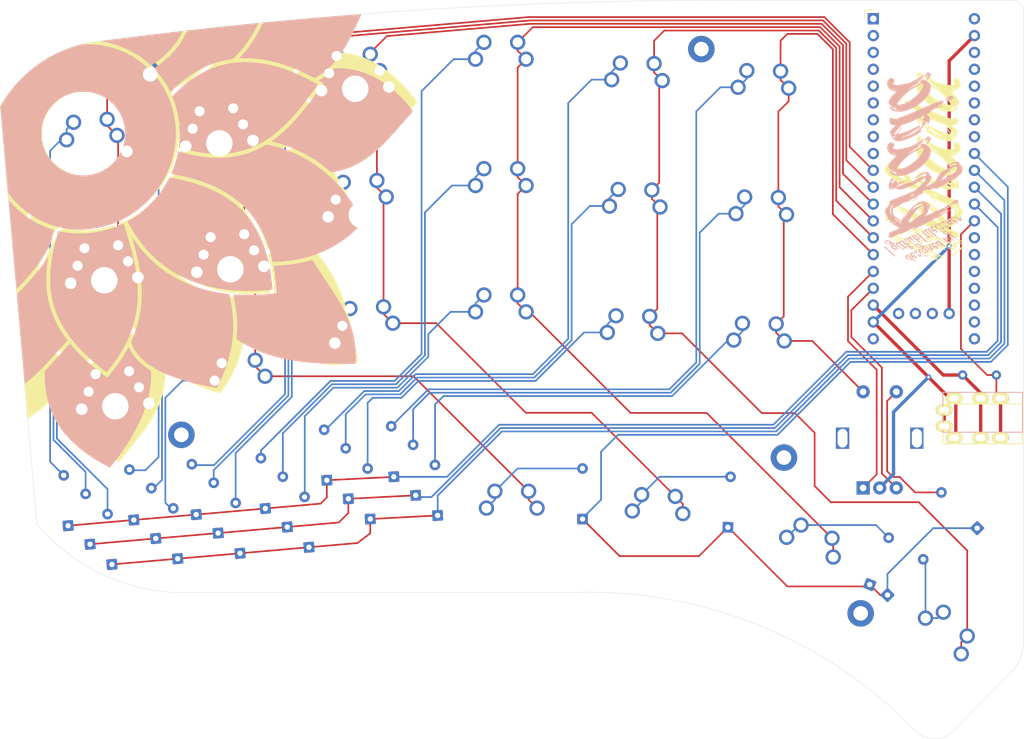
<source format=kicad_pcb>
(kicad_pcb (version 20211014) (generator pcbnew)
  (layers (0 "F.Cu" signal) (31 "B.Cu" signal) (34 "B.Paste" user) (35 "F.Paste" user) (36 "B.SilkS" user "B.Silkscreen") (37 "F.SilkS" user "F.Silkscreen") (38 "B.Mask" user) (39 "F.Mask" user) (44 "Edge.Cuts" user))
  (net 0 "")
  (net 1 "row0")
  (net 2 "Net-(D1-Pad2)")
  (net 3 "row1")
  (net 4 "Net-(D2-Pad2)")
  (net 5 "row2")
  (net 6 "Net-(D3-Pad2)")
  (net 7 "row3")
  (net 8 "Net-(D4-Pad2)")
  (net 9 "Net-(D5-Pad2)")
  (net 10 "Net-(D6-Pad2)")
  (net 11 "Net-(D7-Pad2)")
  (net 12 "Net-(D8-Pad2)")
  (net 13 "Net-(D9-Pad2)")
  (net 14 "Net-(D10-Pad2)")
  (net 15 "Net-(D11-Pad2)")
  (net 16 "Net-(D12-Pad2)")
  (net 17 "Net-(D13-Pad2)")
  (net 18 "Net-(D14-Pad2)")
  (net 19 "Net-(D15-Pad2)")
  (net 20 "Net-(D16-Pad2)")
  (net 21 "Net-(D17-Pad2)")
  (net 22 "Net-(D18-Pad2)")
  (net 23 "Net-(D19-Pad2)")
  (net 24 "Net-(D20-Pad2)")
  (net 25 "Net-(D21-Pad2)")
  (net 26 "Net-(D22-Pad2)")
  (net 27 "col0")
  (net 28 "col1")
  (net 29 "col2")
  (net 30 "col3")
  (net 31 "col4")
  (net 32 "col5")
  (net 33 "GND")
  (net 34 "DATA")
  (net 35 "+5V")
  (net 60 "Net-(D23-Pad2)")
  (net 61 "ROTA")
  (net 62 "ROTB")
  (net 64 "unconnected-(J1-PadA)")
  (footprint "marbastlib-mx:SW_MX_Reversible_1u_PadsOnBothLayers" (layer "F.Cu") (at 87.1474 108.585 5)
    (fp_text reference "SW6" hide)
    (fp_text value "SW_Push" hide)
  )
  (footprint "marbastlib-mx:SW_MX_Reversible_1u_PadsOnBothLayers" (layer "F.Cu") (at 104.299 62.373 3)
    (fp_text reference "SW8" hide)
    (fp_text value "SW_Push" hide)
  )
  (footprint "acheron_Components:D_THT_7.62mm_copy" (layer "F.Cu") (at 90.424 121.8692 95)
    (fp_text reference "D12")
    (fp_text value "D_Small")
  )
  (footprint "acheron_Components:D_THT_7.62mm_copy" (layer "F.Cu") (at 70.612 123.5964 95)
    (fp_text reference "D4")
    (fp_text value "D_Small")
  )
  (footprint "acheron_Components:D_THT_7.62mm_copy" (layer "F.Cu") (at 97.0026 127.7112 95)
    (fp_text reference "D14")
    (fp_text value "D_Small")
  )
  (footprint "acheron_Components:D_THT_7.62mm_copy" (layer "F.Cu") (at 77.216 129.4384 95)
    (fp_text reference "D6")
    (fp_text value "D_Small")
  )
  (footprint "used_footprints:M2_HOLE_PCB" (layer "F.Cu") (at 78.105 114.554)
    (fp_text reference "H3" hide)
    (fp_text value "Hole")
  )
  (footprint "marbastlib-mx:SW_MX_Reversible_1u_PadsOnBothLayers" (layer "F.Cu") (at 64.83 72.263 5)
    (fp_text reference "SW1" hide)
    (fp_text value "SW_Push" hide)
  )
  (footprint "used_footprints:M2_HOLE_PCB" (layer "F.Cu") (at 180.467 141.478)
    (fp_text reference "H5" hide)
    (fp_text value "Hole")
  )
  (footprint "logo:designRed" (layer "F.Cu") (at 189.552363 85.2 155.5)
    (fp_text reference "G***" hide)
    (fp_text value "LOGO" hide)
  )
  (footprint "used_footprints:M2_HOLE_PCB" (layer "F.Cu") (at 156.464 56.388)
    (fp_text reference "H2" hide)
    (fp_text value "Hole")
  )
  (footprint "acheron_Components:D_THT_7.62mm_copy" (layer "F.Cu") (at 195.326 125.9332 135)
    (fp_text reference "D23")
    (fp_text value "D_Small")
  )
  (footprint "acheron_Components:D_THT_7.62mm_copy" (layer "F.Cu") (at 80.01 122.7836 95)
    (fp_text reference "D8")
    (fp_text value "D_Small")
  )
  (footprint "acheron_Components:D_THT_7.62mm_copy" (layer "F.Cu") (at 183.261 133.604 68)
    (fp_text reference "D15")
    (fp_text value "D_Small")
  )
  (footprint "marbastlib-mx:SW_MX_Reversible_1u_PadsOnBothLayers" (layer "F.Cu") (at 126.238 98.552)
    (fp_text reference "SW14" hide)
    (fp_text value "SW_Push" hide)
  )
  (footprint "acheron_Components:D_THT_7.62mm_copy" (layer "F.Cu") (at 109.9274 117.0686 93)
    (fp_text reference "D20")
    (fp_text value "D_Small")
  )
  (footprint "acheron_Components:D_THT_7.62mm_copy" (layer "F.Cu") (at 93.726 124.6632 95)
    (fp_text reference "D13")
    (fp_text value "D_Small")
  )
  (footprint "marbastlib-mx:SW_MX_Reversible_1u_PadsOnBothLayers" (layer "F.Cu") (at 171.831 133.830923 -23)
    (fp_text reference "SW15" hide)
    (fp_text value "SW_Push" hide)
  )
  (footprint "gerbers:khada" (layer "F.Cu") (at 189.9844 72.39 90)
    (fp_text reference "G***" hide)
    (fp_text value "LOGO" hide)
  )
  (footprint "acheron_Components:D_THT_7.62mm_copy" (layer "F.Cu") (at 116.52 122.91 93)
    (fp_text reference "D22")
    (fp_text value "D_Small")
  )
  (footprint "marbastlib-mx:SW_MX_Reversible_1u_PadsOnBothLayers" (layer "F.Cu") (at 105.299 81.415 3)
    (fp_text reference "SW9" hide)
    (fp_text value "SW_Push" hide)
  )
  (footprint "acheron_Components:D_THT_7.62mm_copy" (layer "F.Cu") (at 138.557 123.444 90)
    (fp_text reference "D7")
    (fp_text value "D_Small")
  )
  (footprint "marbastlib-mx:SW_MX_Reversible_1u_PadsOnBothLayers" (layer "F.Cu") (at 146.05 101.727 -1)
    (fp_text reference "SW18" hide)
    (fp_text value "SW_Push" hide)
  )
  (footprint "marbastlib-mx:SW_MX_Reversible_1u_PadsOnBothLayers" (layer "F.Cu") (at 85.4874 89.593 5)
    (fp_text reference "SW5" hide)
    (fp_text value "SW_Push" hide)
  )
  (footprint "marbastlib-mx:SW_MX_Reversible_1u_PadsOnBothLayers" (layer "F.Cu") (at 149.733 128.778 -3)
    (fp_text reference "SW11" hide)
    (fp_text value "SW_Push" hide)
  )
  (footprint "marbastlib-mx:SW_MX_Reversible_1u_PadsOnBothLayers" (layer "F.Cu") (at 165.105 102.87 -1)
    (fp_text reference "SW22" hide)
    (fp_text value "SW_Push" hide)
  )
  (footprint "acheron_Components:D_THT_7.62mm_copy" (layer "F.Cu") (at 64.008 127.254 95)
    (fp_text reference "D2")
    (fp_text value "D_Small")
  )
  (footprint "marbastlib-mx:SW_MX_Reversible_1u_PadsOnBothLayers" (layer "F.Cu") (at 126.238 60.452)
    (fp_text reference "SW12" hide)
    (fp_text value "SW_Push" hide)
  )
  (footprint "Resistor_THT:R_Axial_DIN0204_L3.6mm_D1.6mm_P5.08mm_Horizontal" (layer "F.Cu") (at 195.834 105.537)
    (fp_text reference "R1" hide)
    (fp_text value "10k")
  )
  (footprint "marbastlib-mx:SW_MX_Reversible_1u_PadsOnBothLayers" (layer "F.Cu") (at 126.238 79.502)
    (fp_text reference "SW13" hide)
    (fp_text value "SW_Push" hide)
  )
  (footprint "marbastlib-mx:SW_MX_Reversible_1u_PadsOnBothLayers" (layer "F.Cu") (at 165.765 64.756 -1)
    (fp_text reference "SW20" hide)
    (fp_text value "SW_Push" hide)
  )
  (footprint "acheron_Components:D_THT_7.62mm_copy" (layer "F.Cu") (at 83.312 125.5776 95)
    (fp_text reference "D9")
    (fp_text value "D_Small")
  )
  (footprint "marbastlib-mx:SW_MX_Reversible_1u_PadsOnBothLayers" (layer "F.Cu") (at 106.299712 100.457 3)
    (fp_text reference "SW10" hide)
    (fp_text value "SW_Push" hide)
  )
  (footprint "acheron_Components:D_THT_7.62mm_copy" (layer "F.Cu") (at 160.655 124.686923 87)
    (fp_text reference "D11")
    (fp_text value "D_Small")
  )
  (footprint "acheron_Components:D_THT_7.62mm_copy" (layer "F.Cu") (at 73.914 126.3904 95)
    (fp_text reference "D5")
    (fp_text value "D_Small")
  )
  (footprint "acheron_Components:D_THT_7.62mm_copy" (layer "F.Cu") (at 60.706 124.46 95)
    (fp_text reference "D1")
    (fp_text value "D_Small")
  )
  (footprint "marbastlib-mx:SW_MX_Reversible_1u_PadsOnBothLayers" (layer "F.Cu") (at 66.49 91.255 5)
    (fp_text reference "SW2" hide)
    (fp_text value "SW_Push" hide)
  )
  (footprint "acheron_Components:D_THT_7.62mm_copy" (layer "F.Cu") (at 103.0694 120.396 93)
    (fp_text reference "D17")
    (fp_text value "D_Small")
  )
  (footprint "used_footprints:M2_HOLE_PCB" (layer "F.Cu") (at 168.91 117.983)
    (fp_text reference "H4" hide)
    (fp_text value "Hole")
  )
  (footprint "acheron_Components:D_THT_7.62mm_copy" (layer "F.Cu") (at 67.31 130.302 95)
    (fp_text reference "D3")
    (fp_text value "D_Small")
  )
  (footprint "acheron_Components:D_THT_7.62mm_copy" (layer "F.Cu") (at 99.822 117.596779 93)
    (fp_text reference "D16")
    (fp_text value "D_Small")
  )
  (footprint "logo:lotusFront" (layer "F.Cu") (at 82.2706 85.09)
    (fp_text reference "G***" hide)
    (fp_text value "LOGO" hide)
  )
  (footprint "blackpills:YAAJ_WeAct_BlackPill_SWD_2" (layer "F.Cu") (at 182.372 51.816)
    (fp_text reference "U1" hide)
    (fp_text value "YAAJ_WeAct_BlackPill_Part_Like_SWD_Breakout" hide)
  )
  (footprint "marbastlib-mx:SW_MX_Reversible_1u_PadsOnBothLayers" (layer "F.Cu") (at 127.889 128.143)
    (fp_text reference "SW7" hide)
    (fp_text value "SW_Push" hide)
  )
  (footprint "marbastlib-mx:SW_MX_Reversible_1u_PadsOnBothLayers" (layer "F.Cu") (at 191.135 146.685 -45)
    (fp_text reference "SW19" hide)
    (fp_text value "SW_Push" hide)
  )
  (footprint "marbastlib-mx:SW_MX_Reversible_1u_PadsOnBothLayers" (layer "F.Cu") (at 146.3802 82.67 -1)
    (fp_text reference "SW17" hide)
    (fp_text value "SW_Push" hide)
  )
  (footprint "acheron_Components:D_THT_7.62mm_copy" (layer "F.Cu") (at 86.614 128.6256 95)
    (fp_text reference "D10")
    (fp_text value "D_Small")
  )
  (footprint "used_footprints:M2_HOLE_PCB" (layer "F.Cu") (at 73.406 60.198)
    (fp_text reference "H1" hide)
    (fp_text value "Hole")
  )
  (footprint "marbastlib-mx:SW_MX_Reversible_1u_PadsOnBothLayers" (layer "F.Cu") (at 165.435 83.813 -1)
    (fp_text reference "SW21" hide)
    (fp_text value "SW_Push" hide)
  )
  (footprint "marbastlib-mx:SW_MX_Reversible_1u_PadsOnBothLayers" (layer "F.Cu") (at 146.7102 63.613 -1)
    (fp_text reference "SW16" hide)
    (fp_text value "SW_Push" hide)
  )
  (footprint "acheron_Components:D_THT_7.62mm_copy" (layer "F.Cu") (at 187.198 136.017 45)
    (fp_text reference "D19")
    (fp_text value "D_Small")
  )
  (footprint "marbastlib-mx:SW_MX_Reversible_1u_PadsOnBothLayers" (layer "F.Cu") (at 83.8274 70.601 5)
    (fp_text reference "SW4" hide)
    (fp_text value "SW_Push" hide)
  )
  (footprint "acheron_Components:D_THT_7.62mm_copy" (layer "F.Cu") (at 113.22 119.87 93)
    (fp_text reference "D21")
    (fp_text value "D_Small")
  )
  (footprint "marbastlib-mx:SW_MX_Reversible_1u_PadsOnBothLayers" (layer "F.Cu") (at 68.15 110.247 5)
    (fp_text reference "SW3" hide)
    (fp_text value "SW_Push" hide)
  )
  (footprint "kbd:MJ-4PP-9" (layer "F.Cu") (at 204.851 112.903 -90)
    (fp_text reference "J1")
    (fp_text value "MJ-4PP-9" hide)
  )
  (footprint "acheron_Components:D_THT_7.62mm_copy" (layer "F.Cu") (at 106.3714 123.444 93)
    (fp_text reference "D18")
    (fp_text value "D_Small")
  )
  (footprint "keebio:RotaryEncoder_Alps_EC11E-Switch_Vertical_H20mm" (layer "F.Cu") (at 183.3372 115.062 90)
    (fp_text reference "SW23" hide)
    (fp_text value "RotaryEncoder_Switch")
  )
  (footprint "logo:lotusBack" (layer "B.Cu") (at 81.93 85.31 180)
    (fp_text reference "G***" hide)
    (fp_text value "LOGO" hide)
  )
  (footprint "logo:designRed" (layer "B.Cu") (at 190.373 85.2 24.5)
    (fp_text reference "G***" hide)
    (fp_text value "LOGO" hide)
  )
  (footprint "gerbers:khada" (layer "B.Cu") (at 189.9844 72.39 90)
    (fp_text reference "G***" hide)
    (fp_text value "LOGO" hide)
  )
  (gr_line (start 205 50.670148) (end 205 145.796) (layer "Edge.Cuts") (width 0.05))
  (gr_line (start 203.327 150.114) (end 194.306588 159.328408) (layer "Edge.Cuts") (width 0.05))
  (gr_arc (start 205 145.796) (mid 204.573635 148.113906) (end 203.327 150.114) (layer "Edge.Cuts") (width 0.05))
  (gr_line (start 137.668 138.303) (end 76.658211 138.303) (layer "Edge.Cuts") (width 0.05))
  (gr_arc (start 50.8 65.024) (mid 56.552913 58.655901) (end 64.482867 55.374967) (layer "Edge.Cuts") (width 0.05))
  (gr_arc (start 137.668 138.303) (mid 165.186051 143.302834) (end 188.413261 158.88289) (layer "Edge.Cuts") (width 0.05))
  (gr_line (start 56.338211 128.016) (end 50.8 65.024) (layer "Edge.Cuts") (width 0.05))
  (gr_arc (start 64.482867 55.374967) (mid 114.27152 50.483686) (end 164.2785 49.022) (layer "Edge.Cuts") (width 0.05))
  (gr_arc (start 76.658211 138.303) (mid 65.443605 135.242672) (end 56.338211 128.016) (layer "Edge.Cuts") (width 0.05))
  (gr_arc (start 194.306588 159.328408) (mid 191.262 160.401) (end 188.413261 158.88289) (layer "Edge.Cuts") (width 0.05))
  (gr_arc (start 203.327 49.022) (mid 204.50846 49.495912) (end 205 50.670148) (layer "Edge.Cuts") (width 0.05))
  (gr_line (start 164.2785 49.022) (end 203.327 49.022) (layer "Edge.Cuts") (width 0.05))
  (segment (start 100.0214 123.9986) (end 100.0214 121.401558) (width 0.254) (layer "F.Cu") (net 1))
  (segment (start 100.0214 121.401558) (end 110.1268 120.893558) (width 0.254) (layer "F.Cu") (net 1))
  (segment (start 80.342063 126.579102) (end 90.756063 125.664702) (width 0.254) (layer "F.Cu") (net 1))
  (segment (start 99.09 124.93) (end 100.0214 123.9986) (width 0.254) (layer "F.Cu") (net 1))
  (segment (start 61.038063 128.255502) (end 70.944063 127.391902) (width 0.254) (layer "F.Cu") (net 1))
  (segment (start 90.756063 125.664702) (end 99.09 124.93) (width 0.254) (layer "F.Cu") (net 1))
  (segment (start 70.944063 127.391902) (end 80.342063 126.579102) (width 0.254) (layer "F.Cu") (net 1))
  (segment (start 201.1172 83.2612) (end 197.612 79.756) (width 0.254) (layer "B.Cu") (net 1))
  (segment (start 178.308137 102.03744) (end 199.46056 102.03744) (width 0.254) (layer "B.Cu") (net 1))
  (segment (start 167.315574 113.03) (end 178.308137 102.03744) (width 0.254) (layer "B.Cu") (net 1))
  (segment (start 199.46056 102.03744) (end 201.1172 100.3808) (width 0.254) (layer "B.Cu") (net 1))
  (segment (start 201.1172 100.3808) (end 201.1172 83.2612) (width 0.254) (layer "B.Cu") (net 1))
  (segment (start 125.984 113.03) (end 167.315574 113.03) (width 0.254) (layer "B.Cu") (net 1))
  (segment (start 118.120442 120.893558) (end 125.984 113.03) (width 0.254) (layer "B.Cu") (net 1))
  (segment (start 110.1268 120.893558) (end 118.120442 120.893558) (width 0.254) (layer "B.Cu") (net 1))
  (segment (start 60.813123 70.064729) (end 60.813123 68.467498) (width 0.254) (layer "B.Cu") (net 2))
  (segment (start 58.32681 71.72119) (end 59.983271 70.064729) (width 0.254) (layer "B.Cu") (net 2))
  (segment (start 60.813123 68.467498) (end 61.856914 67.423707) (width 0.254) (layer "B.Cu") (net 2))
  (segment (start 58.32681 118.617371) (end 58.32681 71.72119) (width 0.254) (layer "B.Cu") (net 2))
  (segment (start 60.373937 120.664498) (end 58.32681 118.617371) (width 0.254) (layer "B.Cu") (net 2))
  (segment (start 64.340063 131.049502) (end 74.246063 130.185902) (width 0.254) (layer "F.Cu") (net 3))
  (segment (start 74.246063 130.185902) (end 83.644063 129.373102) (width 0.254) (layer "F.Cu") (net 3))
  (segment (start 83.644063 129.373102) (end 94.058063 128.458702) (width 0.254) (layer "F.Cu") (net 3))
  (segment (start 94.058063 128.458702) (end 101.83 127.77) (width 0.254) (layer "F.Cu") (net 3))
  (segment (start 101.83 127.77) (end 103.2688 126.3312) (width 0.254) (layer "F.Cu") (net 3))
  (segment (start 103.2688 124.200779) (end 113.4194 123.674779) (width 0.254) (layer "F.Cu") (net 3))
  (segment (start 103.2688 126.3312) (end 103.2688 124.200779) (width 0.254) (layer "F.Cu") (net 3))
  (segment (start 115.790183 123.941558) (end 126.194222 113.53752) (width 0.254) (layer "B.Cu") (net 3))
  (segment (start 178.518358 102.54496) (end 199.670782 102.54496) (width 0.254) (layer "B.Cu") (net 3))
  (segment (start 201.62472 100.591021) (end 201.62472 81.22872) (width 0.254) (layer "B.Cu") (net 3))
  (segment (start 167.525796 113.53752) (end 178.518358 102.54496) (width 0.254) (layer "B.Cu") (net 3))
  (segment (start 199.670782 102.54496) (end 201.62472 100.591021) (width 0.254) (layer "B.Cu") (net 3))
  (segment (start 113.4288 123.941558) (end 115.790183 123.941558) (width 0.254) (layer "B.Cu") (net 3))
  (segment (start 201.62472 81.22872) (end 197.612 77.216) (width 0.254) (layer "B.Cu") (net 3))
  (segment (start 126.194222 113.53752) (end 167.525796 113.53752) (width 0.254) (layer "B.Cu") (net 3))
  (segment (start 63.675937 120.157607) (end 58.83433 115.316) (width 0.254) (layer "B.Cu") (net 4))
  (segment (start 62.473123 87.459498) (end 63.516914 86.415707) (width 0.254) (layer "B.Cu") (net 4))
  (segment (start 63.675937 123.712498) (end 63.675937 120.157607) (width 0.254) (layer "B.Cu") (net 4))
  (segment (start 60.803271 89.056729) (end 62.473123 89.056729) (width 0.254) (layer "B.Cu") (net 4))
  (segment (start 62.473123 89.056729) (end 62.473123 87.459498) (width 0.254) (layer "B.Cu") (net 4))
  (segment (start 58.83433 91.02567) (end 60.803271 89.056729) (width 0.254) (layer "B.Cu") (net 4))
  (segment (start 58.83433 115.316) (end 58.83433 91.02567) (width 0.254) (layer "B.Cu") (net 4))
  (segment (start 77.548063 133.233902) (end 86.946063 132.421102) (width 0.254) (layer "F.Cu") (net 5))
  (segment (start 106.5708 127.248779) (end 116.7194 126.714779) (width 0.254) (layer "F.Cu") (net 5))
  (segment (start 104.65 130.87) (end 106.5708 129.3952) (width 0.254) (layer "F.Cu") (net 5))
  (segment (start 106.5708 129.3952) (end 106.5708 127.248779) (width 0.254) (layer "F.Cu") (net 5))
  (segment (start 86.946063 132.421102) (end 97.334663 131.506702) (width 0.254) (layer "F.Cu") (net 5))
  (segment (start 67.642063 134.097502) (end 77.548063 133.233902) (width 0.254) (layer "F.Cu") (net 5))
  (segment (start 97.334663 131.506702) (end 104.65 130.87) (width 0.254) (layer "F.Cu") (net 5))
  (segment (start 202.13224 79.19624) (end 197.612 74.676) (width 0.254) (layer "B.Cu") (net 5))
  (segment (start 167.736018 114.04504) (end 178.728579 103.05248) (width 0.254) (layer "B.Cu") (net 5))
  (segment (start 116.7308 126.989558) (end 116.7308 123.718683) (width 0.254) (layer "B.Cu") (net 5))
  (segment (start 178.728579 103.05248) (end 199.881004 103.05248) (width 0.254) (layer "B.Cu") (net 5))
  (segment (start 200.178302 102.755181) (end 202.13224 100.801242) (width 0.254) (layer "B.Cu") (net 5))
  (segment (start 126.404444 114.04504) (end 167.736018 114.04504) (width 0.254) (layer "B.Cu") (net 5))
  (segment (start 202.13224 100.801242) (end 202.13224 79.19624) (width 0.254) (layer "B.Cu") (net 5))
  (segment (start 199.881004 103.05248) (end 200.178302 102.755181) (width 0.254) (layer "B.Cu") (net 5))
  (segment (start 116.7308 123.718683) (end 126.404444 114.04504) (width 0.254) (layer "B.Cu") (net 5))
  (segment (start 64.133123 108.048729) (end 64.133123 106.451498) (width 0.254) (layer "B.Cu") (net 6))
  (segment (start 59.34185 110.83815) (end 62.142271 108.037729) (width 0.254) (layer "B.Cu") (net 6))
  (segment (start 62.142271 108.037729) (end 64.055123 108.037729) (width 0.254) (layer "B.Cu") (net 6))
  (segment (start 66.977937 122.741865) (end 59.34185 115.105778) (width 0.254) (layer "B.Cu") (net 6))
  (segment (start 59.34185 115.105778) (end 59.34185 110.83815) (width 0.254) (layer "B.Cu") (net 6))
  (segment (start 66.977937 126.760498) (end 66.977937 122.741865) (width 0.254) (layer "B.Cu") (net 6))
  (segment (start 64.133123 106.451498) (end 65.176914 105.407707) (width 0.254) (layer "B.Cu") (net 6))
  (segment (start 181.556319 137.414) (end 181.833749 137.13657) (width 0.254) (layer "F.Cu") (net 7))
  (segment (start 160.4556 128.491702) (end 160.495702 128.491702) (width 0.254) (layer "F.Cu") (net 7))
  (segment (start 138.557 127.254) (end 144.145 132.842) (width 0.254) (layer "F.Cu") (net 7))
  (segment (start 183.408256 138.711077) (end 184.503923 138.711077) (width 0.254) (layer "F.Cu") (net 7))
  (segment (start 160.495702 128.491702) (end 169.418 137.414) (width 0.254) (layer "F.Cu") (net 7))
  (segment (start 144.145 132.842) (end 156.105302 132.842) (width 0.254) (layer "F.Cu") (net 7))
  (segment (start 181.833749 137.13657) (end 183.408256 138.711077) (width 0.254) (layer "F.Cu") (net 7))
  (segment (start 156.105302 132.842) (end 160.4556 128.491702) (width 0.254) (layer "F.Cu") (net 7))
  (segment (start 169.418 137.414) (end 181.556319 137.414) (width 0.254) (layer "F.Cu") (net 7))
  (segment (start 184.503923 135.536077) (end 191.412723 128.627277) (width 0.254) (layer "B.Cu") (net 7))
  (segment (start 138.557 127.254) (end 138.557 127.127) (width 0.254) (layer "B.Cu") (net 7))
  (segment (start 141.351 124.333) (end 141.351 117.094) (width 0.254) (layer "B.Cu") (net 7))
  (segment (start 138.557 127.127) (end 141.351 124.333) (width 0.254) (layer "B.Cu") (net 7))
  (segment (start 167.94624 114.55256) (end 178.9388 103.56) (width 0.254) (layer "B.Cu") (net 7))
  (segment (start 202.63976 101.011463) (end 202.63976 77.16376) (width 0.254) (layer "B.Cu") (net 7))
  (segment (start 200.091227 103.559999) (end 200.685821 102.965402) (width 0.254) (layer "B.Cu") (net 7))
  (segment (start 200.685821 102.965402) (end 202.63976 101.011463) (width 0.254) (layer "B.Cu") (net 7))
  (segment (start 202.63976 77.16376) (end 197.612 72.136) (width 0.254) (layer "B.Cu") (net 7))
  (segment (start 143.89244 114.55256) (end 167.94624 114.55256) (width 0.254) (layer "B.Cu") (net 7))
  (segment (start 141.351 117.094) (end 143.89244 114.55256) (width 0.254) (layer "B.Cu") (net 7))
  (segment (start 184.503923 138.711077) (end 184.503923 135.536077) (width 0.254) (layer "B.Cu") (net 7))
  (segment (start 191.412723 128.627277) (end 198.020077 128.627277) (width 0.254) (layer "B.Cu") (net 7))
  (segment (start 178.9388 103.56) (end 200.091227 103.559999) (width 0.254) (layer "B.Cu") (net 7))
  (segment (start 79.777723 68.261329) (end 77.026671 68.261329) (width 0.254) (layer "B.Cu") (net 8))
  (segment (start 74.676 117.9068) (end 72.680302 119.902498) (width 0.254) (layer "B.Cu") (net 8))
  (segment (start 79.810523 66.805498) (end 80.854314 65.761707) (width 0.254) (layer "B.Cu") (net 8))
  (segment (start 77.026671 68.261329) (end 74.676 70.612) (width 0.254) (layer "B.Cu") (net 8))
  (segment (start 72.680302 119.902498) (end 70.279937 119.902498) (width 0.254) (layer "B.Cu") (net 8))
  (segment (start 74.676 70.612) (end 74.676 117.9068) (width 0.254) (layer "B.Cu") (net 8))
  (segment (start 79.810523 68.402729) (end 79.810523 66.805498) (width 0.254) (layer "B.Cu") (net 8))
  (segment (start 75.184 90.17) (end 75.184 121.348435) (width 0.254) (layer "B.Cu") (net 9))
  (segment (start 75.184 121.348435) (end 73.581937 122.950498) (width 0.254) (layer "B.Cu") (net 9))
  (segment (start 81.470523 87.394729) (end 81.470523 85.797498) (width 0.254) (layer "B.Cu") (net 9))
  (segment (start 81.470523 85.797498) (end 82.514314 84.753707) (width 0.254) (layer "B.Cu") (net 9))
  (segment (start 78.017271 87.336729) (end 75.184 90.17) (width 0.254) (layer "B.Cu") (net 9))
  (segment (start 81.454123 87.336729) (end 78.017271 87.336729) (width 0.254) (layer "B.Cu") (net 9))
  (segment (start 75.692 124.806561) (end 76.883937 125.998498) (width 0.254) (layer "B.Cu") (net 10))
  (segment (start 78.271271 106.386729) (end 75.692 108.966) (width 0.254) (layer "B.Cu") (net 10))
  (segment (start 83.130523 104.789498) (end 84.174314 103.745707) (width 0.254) (layer "B.Cu") (net 10))
  (segment (start 83.130523 106.386729) (end 83.130523 104.789498) (width 0.254) (layer "B.Cu") (net 10))
  (segment (start 75.692 108.966) (end 75.692 124.806561) (width 0.254) (layer "B.Cu") (net 10))
  (segment (start 83.105123 106.386729) (end 78.271271 106.386729) (width 0.254) (layer "B.Cu") (net 10))
  (segment (start 125.349 123.063) (end 128.778 119.634) (width 0.254) (layer "B.Cu") (net 11))
  (segment (start 128.778 119.634) (end 138.557 119.634) (width 0.254) (layer "B.Cu") (net 11))
  (segment (start 124.079 125.603) (end 125.349 124.333) (width 0.254) (layer "B.Cu") (net 11))
  (segment (start 125.349 124.333) (end 125.349 123.063) (width 0.254) (layer "B.Cu") (net 11))
  (segment (start 93.726 108.419516) (end 93.726 64.008) (width 0.254) (layer "B.Cu") (net 12))
  (segment (start 97.698119 60.035881) (end 100.361288 60.035881) (width 0.254) (layer "B.Cu") (net 12))
  (segment (start 100.361288 58.568221) (end 101.496614 57.432895) (width 0.254) (layer "B.Cu") (net 12))
  (segment (start 79.692435 119.126) (end 83.019516 119.126) (width 0.254) (layer "B.Cu") (net 12))
  (segment (start 100.361288 60.035881) (end 100.361288 58.568221) (width 0.254) (layer "B.Cu") (net 12))
  (segment (start 93.726 64.008) (end 97.698119 60.035881) (width 0.254) (layer "B.Cu") (net 12))
  (segment (start 83.019516 119.126) (end 93.726 108.419516) (width 0.254) (layer "B.Cu") (net 12))
  (segment (start 82.979937 119.883321) (end 94.23352 108.629738) (width 0.254) (layer "B.Cu") (net 13))
  (segment (start 101.361288 79.077881) (end 101.361288 77.610221) (width 0.254) (layer "B.Cu") (net 13))
  (segment (start 98.214119 79.077881) (end 101.361288 79.077881) (width 0.254) (layer "B.Cu") (net 13))
  (segment (start 94.23352 108.629738) (end 94.23352 83.05848) (width 0.254) (layer "B.Cu") (net 13))
  (segment (start 101.361288 77.610221) (end 102.496614 76.474895) (width 0.254) (layer "B.Cu") (net 13))
  (segment (start 82.979937 122.188498) (end 82.979937 119.883321) (width 0.254) (layer "B.Cu") (net 13))
  (segment (start 94.23352 83.05848) (end 98.214119 79.077881) (width 0.254) (layer "B.Cu") (net 13))
  (segment (start 94.742 102.108) (end 98.730119 98.119881) (width 0.254) (layer "B.Cu") (net 14))
  (segment (start 86.281937 117.299063) (end 94.742 108.839) (width 0.254) (layer "B.Cu") (net 14))
  (segment (start 86.281937 125.236498) (end 86.281937 117.299063) (width 0.254) (layer "B.Cu") (net 14))
  (segment (start 98.730119 98.119881) (end 102.362 98.119881) (width 0.254) (layer "B.Cu") (net 14))
  (segment (start 94.742 108.839) (end 94.742 102.108) (width 0.254) (layer "B.Cu") (net 14))
  (segment (start 102.362 98.119881) (end 102.362 96.652221) (width 0.254) (layer "B.Cu") (net 14))
  (segment (start 102.362 96.652221) (end 103.497326 95.516895) (width 0.254) (layer "B.Cu") (net 14))
  (segment (start 147.462348 123.572029) (end 150.152233 120.882144) (width 0.254) (layer "B.Cu") (net 15))
  (segment (start 150.152233 120.882144) (end 160.8544 120.882144) (width 0.254) (layer "B.Cu") (net 15))
  (segment (start 146.061155 126.042081) (end 147.462348 124.640888) (width 0.254) (layer "B.Cu") (net 15))
  (segment (start 147.462348 124.640888) (end 147.462348 123.572029) (width 0.254) (layer "B.Cu") (net 15))
  (segment (start 100.584 106.426) (end 110.236 106.426) (width 0.254) (layer "B.Cu") (net 16))
  (segment (start 90.091937 116.918063) (end 100.584 106.426) (width 0.254) (layer "B.Cu") (net 16))
  (segment (start 114.3 102.362) (end 114.3 62.738) (width 0.254) (layer "B.Cu") (net 16))
  (segment (start 90.091937 118.378498) (end 90.091937 116.918063) (width 0.254) (layer "B.Cu") (net 16))
  (segment (start 119.126 57.912) (end 122.428 57.912) (width 0.254) (layer "B.Cu") (net 16))
  (segment (start 110.236 106.426) (end 114.3 102.362) (width 0.254) (layer "B.Cu") (net 16))
  (segment (start 123.698 55.372) (end 122.428 56.642) (width 0.254) (layer "B.Cu") (net 16))
  (segment (start 122.428 56.642) (end 122.428 57.912) (width 0.254) (layer "B.Cu") (net 16))
  (segment (start 114.3 62.738) (end 119.126 57.912) (width 0.254) (layer "B.Cu") (net 16))
  (segment (start 122.428 75.692) (end 122.428 76.962) (width 0.254) (layer "B.Cu") (net 17))
  (segment (start 110.445741 106.934) (end 114.80752 102.572221) (width 0.254) (layer "B.Cu") (net 17))
  (segment (start 114.80752 102.572221) (end 114.80752 81.02648) (width 0.254) (layer "B.Cu") (net 17))
  (segment (start 114.80752 81.02648) (end 118.872 76.962) (width 0.254) (layer "B.Cu") (net 17))
  (segment (start 93.393937 114.333805) (end 100.793742 106.934) (width 0.254) (layer "B.Cu") (net 17))
  (segment (start 118.872 76.962) (end 122.428 76.962) (width 0.254) (layer "B.Cu") (net 17))
  (segment (start 123.698 74.422) (end 122.428 75.692) (width 0.254) (layer "B.Cu") (net 17))
  (segment (start 93.393937 121.172498) (end 93.393937 114.333805) (width 0.254) (layer "B.Cu") (net 17))
  (segment (start 100.793742 106.934) (end 110.445741 106.934) (width 0.254) (layer "B.Cu") (net 17))
  (segment (start 115.31504 102.782442) (end 110.655962 107.44152) (width 0.254) (layer "B.Cu") (net 18))
  (segment (start 115.31504 99.36576) (end 115.31504 102.782442) (width 0.254) (layer "B.Cu") (net 18))
  (segment (start 122.428 96.012) (end 118.6688 96.012) (width 0.254) (layer "B.Cu") (net 18))
  (segment (start 122.428 94.742) (end 122.428 96.012) (width 0.254) (layer "B.Cu") (net 18))
  (segment (start 96.695937 111.749547) (end 96.695937 124.220498) (width 0.254) (layer "B.Cu") (net 18))
  (segment (start 118.6688 96.012) (end 115.31504 99.36576) (width 0.254) (layer "B.Cu") (net 18))
  (segment (start 101.003964 107.44152) (end 96.695937 111.749547) (width 0.254) (layer "B.Cu") (net 18))
  (segment (start 110.655962 107.44152) (end 101.003964 107.44152) (width 0.254) (layer "B.Cu") (net 18))
  (segment (start 123.698 93.472) (end 122.428 94.742) (width 0.254) (layer "B.Cu") (net 18))
  (segment (start 169.316334 130.004155) (end 171.158188 128.162301) (width 0.254) (layer "B.Cu") (net 19))
  (segment (start 171.158188 128.162301) (end 171.477832 128.162301) (width 0.254) (layer "B.Cu") (net 19))
  (segment (start 182.779122 128.162301) (end 184.688251 130.07143) (width 0.254) (layer "B.Cu") (net 19))
  (segment (start 171.477832 128.162301) (end 182.779122 128.162301) (width 0.254) (layer "B.Cu") (net 19))
  (segment (start 110.866183 107.94904) (end 113.405224 105.41) (width 0.254) (layer "B.Cu") (net 20))
  (segment (start 113.405224 105.41) (end 131.064 105.41) (width 0.254) (layer "B.Cu") (net 20))
  (segment (start 139.918507 60.995493) (end 142.945309 60.995493) (width 0.254) (layer "B.Cu") (net 20))
  (segment (start 144.259245 58.489445) (end 142.945109 59.803581) (width 0.254) (layer "B.Cu") (net 20))
  (segment (start 131.064 105.41) (end 136.398 100.076) (width 0.254) (layer "B.Cu") (net 20))
  (segment (start 142.945109 59.803581) (end 142.945109 61.006893) (width 0.254) (layer "B.Cu") (net 20))
  (segment (start 105.66496 107.94904) (end 110.866183 107.94904) (width 0.254) (layer "B.Cu") (net 20))
  (segment (start 99.822 113.792) (end 105.66496 107.94904) (width 0.254) (layer "B.Cu") (net 20))
  (segment (start 136.398 64.516) (end 139.918507 60.995493) (width 0.254) (layer "B.Cu") (net 20))
  (segment (start 136.398 100.076) (end 136.398 64.516) (width 0.254) (layer "B.Cu") (net 20))
  (segment (start 113.615446 105.91752) (end 131.274221 105.91752) (width 0.254) (layer "B.Cu") (net 21))
  (segment (start 102.87 116.84) (end 102.87 111.461742) (width 0.254) (layer "B.Cu") (net 21))
  (segment (start 136.90552 82.80448) (end 139.664507 80.045493) (width 0.254) (layer "B.Cu") (net 21))
  (segment (start 105.875182 108.45656) (end 111.076404 108.45656) (width 0.254) (layer "B.Cu") (net 21))
  (segment (start 111.076404 108.45656) (end 113.615446 105.91752) (width 0.254) (layer "B.Cu") (net 21))
  (segment (start 136.90552 100.286221) (end 136.90552 82.80448) (width 0.254) (layer "B.Cu") (net 21))
  (segment (start 131.274221 105.91752) (end 136.90552 100.286221) (width 0.254) (layer "B.Cu") (net 21))
  (segment (start 142.615109 78.860581) (end 142.615109 80.063893) (width 0.254) (layer "B.Cu") (net 21))
  (segment (start 102.87 111.461742) (end 105.875182 108.45656) (width 0.254) (layer "B.Cu") (net 21))
  (segment (start 139.664507 80.045493) (end 142.589709 80.045493) (width 0.254) (layer "B.Cu") (net 21))
  (segment (start 143.929245 77.546445) (end 142.615109 78.860581) (width 0.254) (layer "B.Cu") (net 21))
  (segment (start 113.825668 106.42504) (end 131.484442 106.42504) (width 0.254) (layer "B.Cu") (net 22))
  (segment (start 138.788589 99.120893) (end 142.284909 99.120893) (width 0.254) (layer "B.Cu") (net 22))
  (segment (start 142.284909 97.917581) (end 142.284909 99.120893) (width 0.254) (layer "B.Cu") (net 22))
  (segment (start 111.286625 108.96408) (end 113.825668 106.42504) (width 0.254) (layer "B.Cu") (net 22))
  (segment (start 131.484442 106.42504) (end 138.788589 99.120893) (width 0.254) (layer "B.Cu") (net 22))
  (segment (start 106.172 119.888) (end 106.172 109.72608) (width 0.254) (layer "B.Cu") (net 22))
  (segment (start 143.599045 96.603445) (end 142.284909 97.917581) (width 0.254) (layer "B.Cu") (net 22))
  (segment (start 106.172 109.72608) (end 106.934 108.96408) (width 0.254) (layer "B.Cu") (net 22))
  (segment (start 106.934 108.96408) (end 111.286625 108.96408) (width 0.254) (layer "B.Cu") (net 22))
  (segment (start 190.236974 133.66782) (end 189.892077 133.322923) (width 0.254) (layer "B.Cu") (net 23))
  (segment (start 190.236974 142.194872) (end 192.033025 142.194872) (width 0.254) (layer "B.Cu") (net 23))
  (segment (start 190.363974 133.79482) (end 189.765077 133.195923) (width 0.254) (layer "B.Cu") (net 23))
  (segment (start 192.033025 142.194872) (end 192.931051 141.296846) (width 0.254) (layer "B.Cu") (net 23))
  (segment (start 190.236974 142.194872) (end 190.236974 133.66782) (width 0.254) (layer "B.Cu") (net 23))
  (segment (start 155.702 65.786) (end 159.338107 62.149893) (width 0.254) (layer "B.Cu") (net 24))
  (segment (start 161.999909 62.149893) (end 163.314045 60.835757) (width 0.254) (layer "B.Cu") (net 24))
  (segment (start 115.316 107.696) (end 151.638 107.696) (width 0.254) (layer "B.Cu") (net 24))
  (segment (start 163.314045 60.835757) (end 163.314045 59.632445) (width 0.254) (layer "B.Cu") (net 24))
  (segment (start 159.338107 62.149893) (end 161.999909 62.149893) (width 0.254) (layer "B.Cu") (net 24))
  (segment (start 151.638 107.696) (end 155.702 103.632) (width 0.254) (layer "B.Cu") (net 24))
  (segment (start 109.728 113.284) (end 115.316 107.696) (width 0.254) (layer "B.Cu") (net 24))
  (segment (start 155.702 103.632) (end 155.702 65.786) (width 0.254) (layer "B.Cu") (net 24))
  (segment (start 156.20952 103.842221) (end 156.20952 84.074) (width 0.254) (layer "B.Cu") (net 25))
  (segment (start 161.669909 81.206893) (end 162.984045 79.892757) (width 0.254) (layer "B.Cu") (net 25))
  (segment (start 115.525742 108.204) (end 116.078 108.204) (width 0.254) (layer "B.Cu") (net 25))
  (segment (start 151.848221 108.20352) (end 156.20952 103.842221) (width 0.254) (layer "B.Cu") (net 25))
  (segment (start 116.078 108.204) (end 116.07848 108.20352) (width 0.254) (layer "B.Cu") (net 25))
  (segment (start 159.076627 81.206893) (end 161.669909 81.206893) (width 0.254) (layer "B.Cu") (net 25))
  (segment (start 162.984045 79.892757) (end 162.984045 78.689445) (width 0.254) (layer "B.Cu") (net 25))
  (segment (start 156.20952 84.074) (end 159.076627 81.206893) (width 0.254) (layer "B.Cu") (net 25))
  (segment (start 113.03 110.699742) (end 115.525742 108.204) (width 0.254) (layer "B.Cu") (net 25))
  (segment (start 113.03 116.332) (end 113.03 110.699742) (width 0.254) (layer "B.Cu") (net 25))
  (segment (start 116.07848 108.20352) (end 151.848221 108.20352) (width 0.254) (layer "B.Cu") (net 25))
  (segment (start 152.058442 108.71104) (end 160.505589 100.263893) (width 0.254) (layer "B.Cu") (net 26))
  (segment (start 116.332 119.38) (end 116.332 109.982) (width 0.254) (layer "B.Cu") (net 26))
  (segment (start 161.339909 100.263893) (end 162.654045 98.949757) (width 0.254) (layer "B.Cu") (net 26))
  (segment (start 162.654045 98.949757) (end 162.654045 97.746445) (width 0.254) (layer "B.Cu") (net 26))
  (segment (start 116.332 109.982) (end 117.60296 108.71104) (width 0.254) (layer "B.Cu") (net 26))
  (segment (start 117.60296 108.71104) (end 152.058442 108.71104) (width 0.254) (layer "B.Cu") (net 26))
  (segment (start 160.505589 100.263893) (end 161.339909 100.263893) (width 0.254) (layer "B.Cu") (net 26))
  (segment (start 68.314583 56.896) (end 130.434775 51.562) (width 0.254) (layer "F.Cu") (net 27))
  (segment (start 70.237583 104.964955) (end 70.237583 88.566059) (width 0.254) (layer "F.Cu") (net 27))
  (segment (start 66.917583 67.914059) (end 66.917583 66.980955) (width 0.254) (layer "F.Cu") (net 27))
  (segment (start 178.816 71.12) (end 182.372 74.676) (width 0.254) (layer "F.Cu") (net 27))
  (segment (start 130.434775 51.562) (end 175.006 51.562) (width 0.254) (layer "F.Cu") (net 27))
  (segment (start 70.237583 88.566059) (end 70.064126 88.392602) (width 0.254) (layer "F.Cu") (net 27))
  (segment (start 68.577583 85.972955) (end 68.577583 69.574059) (width 0.254) (layer "F.Cu") (net 27))
  (segment (start 68.577583 86.906059) (end 68.577583 85.972955) (width 0.254) (layer "F.Cu") (net 27))
  (segment (start 70.064126 88.392602) (end 68.577583 86.906059) (width 0.254) (layer "F.Cu") (net 27))
  (segment (start 66.917583 58.293) (end 68.314583 56.896) (width 0.254) (layer "F.Cu") (net 27))
  (segment (start 68.404126 69.400602) (end 66.917583 67.914059) (width 0.254) (layer "F.Cu") (net 27))
  (segment (start 71.724126 107.384602) (end 70.237583 105.898059) (width 0.254) (layer "F.Cu") (net 27))
  (segment (start 70.237583 105.898059) (end 70.237583 104.964955) (width 0.254) (layer "F.Cu") (net 27))
  (segment (start 175.006 51.562) (end 178.816 55.372) (width 0.254) (layer "F.Cu") (net 27))
  (segment (start 178.816 55.372) (end 178.816 71.12) (width 0.254) (layer "F.Cu") (net 27))
  (segment (start 68.577583 69.574059) (end 68.404126 69.400602) (width 0.254) (layer "F.Cu") (net 27))
  (segment (start 66.917583 66.980955) (end 66.917583 58.293) (width 0.254) (layer "F.Cu") (net 27))
  (segment (start 113.088602 105.722602) (end 130.429 123.063) (width 0.254) (layer "F.Cu") (net 28))
  (segment (start 89.234983 103.302955) (end 89.234983 86.904059) (width 0.254) (layer "F.Cu") (net 28))
  (segment (start 85.882183 65.177555) (end 85.882183 57.500817) (width 0.254) (layer "F.Cu") (net 28))
  (segment (start 87.574983 85.244059) (end 87.574983 84.310955) (width 0.254) (layer "F.Cu") (net 28))
  (segment (start 89.234983 86.904059) (end 89.061526 86.730602) (width 0.254) (layer "F.Cu") (net 28))
  (segment (start 130.429 124.333) (end 130.429 123.063) (width 0.254) (layer "F.Cu") (net 28))
  (segment (start 174.795777 52.06952) (end 130.644998 52.06952) (width 0.254) (layer "F.Cu") (net 28))
  (segment (start 89.234983 104.236059) (end 89.234983 103.302955) (width 0.254) (layer "F.Cu") (net 28))
  (segment (start 89.061526 86.730602) (end 87.574983 85.244059) (width 0.254) (layer "F.Cu") (net 28))
  (segment (start 178.30848 55.582222) (end 174.795777 52.06952) (width 0.254) (layer "F.Cu") (net 28))
  (segment (start 87.401526 67.738602) (end 85.914983 66.252059) (width 0.254) (layer "F.Cu") (net 28))
  (segment (start 90.721526 105.722602) (end 113.088602 105.722602) (width 0.254) (layer "F.Cu") (net 28))
  (segment (start 131.699 125.603) (end 130.429 124.333) (width 0.254) (layer "F.Cu") (net 28))
  (segment (start 87.574983 84.310955) (end 87.574983 67.912059) (width 0.254) (layer "F.Cu") (net 28))
  (segment (start 87.574983 67.912059) (end 87.401526 67.738602) (width 0.254) (layer "F.Cu") (net 28))
  (segment (start 90.721526 105.722602) (end 89.234983 104.236059) (width 0.254) (layer "F.Cu") (net 28))
  (segment (start 178.30848 73.15248) (end 178.30848 55.582222) (width 0.254) (layer "F.Cu") (net 28))
  (segment (start 87.63 55.753) (end 130.644998 52.06952) (width 0.254) (layer "F.Cu") (net 28))
  (segment (start 182.372 77.216) (end 178.30848 73.15248) (width 0.254) (layer "F.Cu") (net 28))
  (segment (start 85.882183 57.500817) (end 87.63 55.753) (width 0.254) (layer "F.Cu") (net 28))
  (segment (start 85.914983 66.252059) (end 85.914983 65.318955) (width 0.254) (layer "F.Cu") (net 28))
  (segment (start 107.970845 59.637081) (end 106.569652 58.235888) (width 0.254) (layer "F.Cu") (net 29))
  (segment (start 108.570364 96.319888) (end 108.570364 95.251029) (width 0.254) (layer "F.Cu") (net 29))
  (segment (start 153.670712 126.440881) (end 153.670712 124.973221) (width 0.254) (layer "F.Cu") (net 29))
  (segment (start 109.971557 97.721081) (end 108.570364 96.319888) (width 0.254) (layer "F.Cu") (net 29))
  (segment (start 106.569652 56.940348) (end 109.08 54.43) (width 0.254) (layer "F.Cu") (net 29))
  (segment (start 108.570364 79.079562) (end 108.970845 78.679081) (width 0.254) (layer "F.Cu") (net 29))
  (segment (start 177.80096 75.18496) (end 177.80096 55.792444) (width 0.254) (layer "F.Cu") (net 29))
  (segment (start 174.585556 52.57704) (end 130.68396 52.57704) (width 0.254) (layer "F.Cu") (net 29))
  (segment (start 153.670712 124.973221) (end 152.535386 123.837895) (width 0.254) (layer "F.Cu") (net 29))
  (segment (start 106.569652 58.235888) (end 106.569652 57.167029) (width 0.254) (layer "F.Cu") (net 29))
  (segment (start 108.970845 78.679081) (end 107.569652 77.277888) (width 0.254) (layer "F.Cu") (net 29))
  (segment (start 106.569652 57.167029) (end 106.569652 56.940348) (width 0.254) (layer "F.Cu") (net 29))
  (segment (start 116.517081 97.721081) (end 109.971557 97.721081) (width 0.254) (layer "F.Cu") (net 29))
  (segment (start 109.08 54.43) (end 130.68396 52.57704) (width 0.254) (layer "F.Cu") (net 29))
  (segment (start 107.569652 77.277888) (end 107.569652 76.209029) (width 0.254) (layer "F.Cu") (net 29))
  (segment (start 130.0226 111.2266) (end 116.517081 97.721081) (width 0.254) (layer "F.Cu") (net 29))
  (segment (start 108.570364 95.251029) (end 108.570364 79.079562) (width 0.254) (layer "F.Cu") (net 29))
  (segment (start 182.372 79.756) (end 177.80096 75.18496) (width 0.254) (layer "F.Cu") (net 29))
  (segment (start 152.535386 123.837895) (end 139.924091 111.2266) (width 0.254) (layer "F.Cu") (net 29))
  (segment (start 139.924091 111.2266) (end 130.0226 111.2266) (width 0.254) (layer "F.Cu") (net 29))
  (segment (start 177.80096 55.792444) (end 174.585556 52.57704) (width 0.254) (layer "F.Cu") (net 29))
  (segment (start 107.569652 76.209029) (end 107.569652 60.038274) (width 0.254) (layer "F.Cu") (net 29))
  (segment (start 107.569652 60.038274) (end 107.970845 59.637081) (width 0.254) (layer "F.Cu") (net 29))
  (segment (start 174.375334 53.08456) (end 177.29344 56.002666) (width 0.254) (layer "F.Cu") (net 30))
  (segment (start 145.796 111.252) (end 130.556 96.012) (width 0.254) (layer "F.Cu") (net 30))
  (segment (start 128.778 74.422) (end 128.778 59.182) (width 0.254) (layer "F.Cu") (net 30))
  (segment (start 131.06544 53.08456) (end 174.375334 53.08456) (width 0.254) (layer "F.Cu") (net 30))
  (segment (start 128.778 78.232) (end 130.048 76.962) (width 0.254) (layer "F.Cu") (net 30))
  (segment (start 128.778 56.642) (end 128.778 55.372) (width 0.254) (layer "F.Cu") (net 30))
  (segment (start 176.153996 130.147215) (end 157.258781 111.252) (width 0.254) (layer "F.Cu") (net 30))
  (segment (start 130.048 57.912) (end 128.778 56.642) (width 0.254) (layer "F.Cu") (net 30))
  (segment (start 130.048 96.012) (end 128.778 94.742) (width 0.254) (layer "F.Cu") (net 30))
  (segment (start 128.778 94.742) (end 128.778 93.472) (width 0.254) (layer "F.Cu") (net 30))
  (segment (start 157.258781 111.252) (end 145.796 111.252) (width 0.254) (layer "F.Cu") (net 30))
  (segment (start 128.778 59.182) (end 130.048 57.912) (width 0.254) (layer "F.Cu") (net 30))
  (segment (start 128.778 55.372) (end 131.06544 53.08456) (width 0.254) (layer "F.Cu") (net 30))
  (segment (start 128.778 75.692) (end 128.778 74.422) (width 0.254) (layer "F.Cu") (net 30))
  (segment (start 130.556 96.012) (end 130.048 96.012) (width 0.254) (layer "F.Cu") (net 30))
  (segment (start 128.778 93.472) (end 128.778 78.232) (width 0.254) (layer "F.Cu") (net 30))
  (segment (start 176.330581 132.981526) (end 176.330581 130.3238) (width 0.254) (layer "F.Cu") (net 30))
  (segment (start 176.330581 130.3238) (end 176.153996 130.147215) (width 0.254) (layer "F.Cu") (net 30))
  (segment (start 177.29344 77.21744) (end 182.372 82.296) (width 0.254) (layer "F.Cu") (net 30))
  (segment (start 177.29344 56.002666) (end 177.29344 77.21744) (width 0.254) (layer "F.Cu") (net 30))
  (segment (start 130.048 76.962) (end 128.778 75.692) (width 0.254) (layer "F.Cu") (net 30))
  (segment (start 149.903749 99.253881) (end 153.547433 99.253881) (width 0.254) (layer "F.Cu") (net 31))
  (segment (start 189.23 124.714) (end 196.523154 132.007154) (width 0.254) (layer "F.Cu") (net 31))
  (segment (start 176.78592 56.212888) (end 176.78592 79.24992) (width 0.254) (layer "F.Cu") (net 31))
  (segment (start 150.563949 61.139881) (end 149.338471 59.914403) (width 0.254) (layer "F.Cu") (net 31))
  (segment (start 148.678271 98.028403) (end 148.678271 96.692103) (width 0.254) (layer "F.Cu") (net 31))
  (segment (start 149.338471 58.578103) (end 149.338471 55.131529) (width 0.254) (layer "F.Cu") (net 31))
  (segment (start 195.625128 147.583026) (end 195.625128 145.786975) (width 0.254) (layer "F.Cu") (net 31))
  (segment (start 196.523154 132.007154) (end 196.523154 144.888949) (width 0.254) (layer "F.Cu") (net 31))
  (segment (start 149.008471 78.971403) (end 149.008471 77.635103) (width 0.254) (layer "F.Cu") (net 31))
  (segment (start 175.9712 124.714) (end 189.23 124.714) (width 0.254) (layer "F.Cu") (net 31))
  (segment (start 153.547433 99.253881) (end 165.570952 111.2774) (width 0.254) (layer "F.Cu") (net 31))
  (segment (start 173.5328 122.2756) (end 175.9712 124.714) (width 0.254) (layer "F.Cu") (net 31))
  (segment (start 148.678271 96.692103) (end 149.821271 95.549103) (width 0.254) (layer "F.Cu") (net 31))
  (segment (start 165.570952 111.2774) (end 170.561 111.2774) (width 0.254) (layer "F.Cu") (net 31))
  (segment (start 150.87792 53.59208) (end 174.165112 53.59208) (width 0.254) (layer "F.Cu") (net 31))
  (segment (start 195.625128 145.786975) (end 196.523154 144.888949) (width 0.254) (layer "F.Cu") (net 31))
  (segment (start 149.903749 99.253881) (end 148.678271 98.028403) (width 0.254) (layer "F.Cu") (net 31))
  (segment (start 150.114 76.529574) (end 150.114 61.58983) (width 0.254) (layer "F.Cu") (net 31))
  (segment (start 173.5328 114.2492) (end 173.5328 122.2756) (width 0.254) (layer "F.Cu") (net 31))
  (segment (start 176.78592 79.24992) (end 182.372 84.836) (width 0.254) (layer "F.Cu") (net 31))
  (segment (start 150.233949 80.196881) (end 149.008471 78.971403) (width 0.254) (layer "F.Cu") (net 31))
  (segment (start 149.821271 95.549103) (end 149.821271 80.609559) (width 0.254) (layer "F.Cu") (net 31))
  (segment (start 170.561 111.2774) (end 173.5328 114.2492) (width 0.254) (layer "F.Cu") (net 31))
  (segment (start 149.338471 59.914403) (end 149.338471 58.578103) (width 0.254) (layer "F.Cu") (net 31))
  (segment (start 149.821271 80.609559) (end 150.233949 80.196881) (width 0.254) (layer "F.Cu") (net 31))
  (segment (start 150.114 61.58983) (end 150.563949 61.139881) (width 0.254) (layer "F.Cu") (net 31))
  (segment (start 149.338471 55.131529) (end 150.87792 53.59208) (width 0.254) (layer "F.Cu") (net 31))
  (segment (start 149.008471 77.635103) (end 150.114 76.529574) (width 0.254) (layer "F.Cu") (net 31))
  (segment (start 174.165112 53.59208) (end 176.78592 56.212888) (width 0.254) (layer "F.Cu") (net 31))
  (segment (start 173.95489 54.0996) (end 176.2784 56.42311) (width 0.254) (layer "F.Cu") (net 32))
  (segment (start 167.733271 97.835103) (end 168.876271 96.692103) (width 0.254) (layer "F.Cu") (net 32))
  (segment (start 168.393271 59.721103) (end 168.393271 55.126729) (width 0.254) (layer "F.Cu") (net 32))
  (segment (start 169.4204 54.0996) (end 173.95489 54.0996) (width 0.254) (layer "F.Cu") (net 32))
  (segment (start 169.618749 62.282881) (end 168.393271 61.057403) (width 0.254) (layer "F.Cu") (net 32))
  (segment (start 176.2784 81.2824) (end 182.372 87.376) (width 0.254) (layer "F.Cu") (net 32))
  (segment (start 167.779071 98.343103) (end 168.083871 98.038303) (width 0.254) (layer "F.Cu") (net 32))
  (segment (start 168.393271 55.126729) (end 169.4204 54.0996) (width 0.254) (layer "F.Cu") (net 32))
  (segment (start 168.876271 96.692103) (end 168.876271 81.752359) (width 0.254) (layer "F.Cu") (net 32))
  (segment (start 173.172081 100.396881) (end 168.958749 100.396881) (width 0.254) (layer "F.Cu") (net 32))
  (segment (start 167.733271 99.171403) (end 167.733271 97.835103) (width 0.254) (layer "F.Cu") (net 32))
  (segment (start 168.083871 79.293103) (end 168.388671 78.988303) (width 0.254) (layer "F.Cu") (net 32))
  (segment (start 169.288749 81.339881) (end 168.063271 80.114403) (width 0.254) (layer "F.Cu") (net 32))
  (segment (start 180.8372 108.062) (end 173.172081 100.396881) (width 0.254) (layer "F.Cu") (net 32))
  (segment (start 168.063271 80.114403) (end 168.063271 78.778103) (width 0.254) (layer "F.Cu") (net 32))
  (segment (start 169.618749 64.26019) (end 169.618749 62.282881) (width 0.254) (layer "F.Cu") (net 32))
  (segment (start 168.063271 65.815668) (end 169.618749 64.26019) (width 0.254) (layer "F.Cu") (net 32))
  (segment (start 168.393271 61.057403) (end 168.393271 59.721103) (width 0.254) (layer "F.Cu") (net 32))
  (segment (start 176.2784 56.42311) (end 176.2784 81.2824) (width 0.254) (layer "F.Cu") (net 32))
  (segment (start 168.063271 78.778103) (end 168.063271 65.815668) (width 0.254) (layer "F.Cu") (net 32))
  (segment (start 168.958749 100.396881) (end 167.733271 99.171403) (width 0.254) (layer "F.Cu") (net 32))
  (segment (start 168.876271 81.752359) (end 169.288749 81.339881) (width 0.254) (layer "F.Cu") (net 32))
  (segment (start 193.804 58.168) (end 193.804 86.104) (width 0.5) (layer "F.Cu") (net 33))
  (segment (start 194.80452 114.74948) (end 194.80452 109.30652) (width 0.5) (layer "F.Cu") (net 33))
  (segment (start 193.802 58.166) (end 193.804 58.168) (width 0.5) (layer "F.Cu") (net 33))
  (segment (start 193.804 86.104) (end 193.804 96.265) (width 0.5) (layer "F.Cu") (net 33))
  (segment (start 193.889 109.053) (end 194.551 109.053) (width 0.5) (layer "F.Cu") (net 33))
  (segment (start 190.6905 105.8545) (end 193.889 109.053) (width 0.5) (layer "F.Cu") (net 33))
  (segment (start 182.372 97.536) (end 190.6905 105.8545) (width 0.5) (layer "F.Cu") (net 33))
  (segment (start 197.612 54.356) (end 193.802 58.166) (width 0.5) (layer "F.Cu") (net 33))
  (via (at 190.6905 105.8545) (size 0.8) (drill 0.4) (layers "F.Cu" "B.Cu") (net 33))
  (via (at 193.804 86.104) (size 0.8) (drill 0.4) (layers "F.Cu" "B.Cu") (net 33))
  (segment (start 185.42 120.4792) (end 185.42 111.125) (width 0.5) (layer "B.Cu") (net 33))
  (segment (start 182.372 97.536) (end 193.804 86.104) (width 0.5) (layer "B.Cu") (net 33))
  (segment (start 183.3372 122.562) (end 185.42 120.4792) (width 0.5) (layer "B.Cu") (net 33))
  (segment (start 185.42 111.125) (end 190.6905 105.8545) (width 0.5) (layer "B.Cu") (net 33))
  (segment (start 199.517 105.537) (end 195.58 101.6) (width 0.254) (layer "F.Cu") (net 34))
  (segment (start 195.58 84.328) (end 197.612 82.296) (width 0.254) (layer "F.Cu") (net 34))
  (segment (start 200.914 108.416) (end 201.551 109.053) (width 0.254) (layer "F.Cu") (net 34))
  (segment (start 200.914 105.537) (end 199.517 105.537) (width 0.254) (layer "F.Cu") (net 34))
  (segment (start 201.551 115.003) (end 201.551 109.053) (width 0.5) (layer "F.Cu") (net 34))
  (segment (start 200.914 105.537) (end 200.914 108.416) (width 0.254) (layer "F.Cu") (net 34))
  (segment (start 195.58 101.6) (end 195.58 84.328) (width 0.254) (layer "F.Cu") (net 34))
  (segment (start 192.913 105.537) (end 182.372 94.996) (width 0.5) (layer "F.Cu") (net 35))
  (segment (start 195.834 105.537) (end 192.913 105.537) (width 0.5) (layer "F.Cu") (net 35))
  (segment (start 198.551 109.053) (end 198.551 108.254) (width 0.5) (layer "F.Cu") (net 35))
  (segment (start 198.551 115.003) (end 198.551 109.053) (width 0.5) (layer "F.Cu") (net 35))
  (segment (start 198.551 108.254) (end 195.834 105.537) (width 0.5) (layer "F.Cu") (net 35))
  (segment (start 184.45432 120.03992) (end 184.45432 109.44488) (width 0.254) (layer "F.Cu") (net 60))
  (segment (start 185.3184 120.904) (end 184.45432 120.03992) (width 0.254) (layer "F.Cu") (net 60))
  (segment (start 184.45432 109.44488) (end 185.8372 108.062) (width 0.254) (layer "F.Cu") (net 60))
  (segment (start 186.3344 120.904) (end 185.3184 120.904) (width 0.254) (layer "F.Cu") (net 60))
  (segment (start 192.631923 123.239123) (end 188.669523 123.239123) (width 0.254) (layer "F.Cu") (net 60))
  (segment (start 188.669523 123.239123) (end 186.3344 120.904) (width 0.254) (layer "F.Cu") (net 60))
  (segment (start 182.88 120.5192) (end 180.8372 122.562) (width 0.254) (layer "F.Cu") (net 61))
  (segment (start 178.562 93.726) (end 182.372 89.916) (width 0.254) (layer "F.Cu") (net 61))
  (segment (start 182.88 104.7496) (end 178.562 100.4316) (width 0.254) (layer "F.Cu") (net 61))
  (segment (start 178.562 100.4316) (end 178.562 93.726) (width 0.254) (layer "F.Cu") (net 61))
  (segment (start 182.88 104.7496) (end 182.88 120.5192) (width 0.254) (layer "F.Cu") (net 61))
  (segment (start 182.372 92.456) (end 179.06952 95.75848) (width 0.254) (layer "F.Cu") (net 62))
  (segment (start 179.06952 95.75848) (end 179.06952 99.82152) (width 0.254) (layer "F.Cu") (net 62))
  (segment (start 183.6674 104.4194) (end 183.6674 120.3922) (width 0.254) (layer "F.Cu") (net 62))
  (segment (start 183.6674 120.3922) (end 185.8372 122.562) (width 0.254) (layer "F.Cu") (net 62))
  (segment (start 179.06952 99.82152) (end 183.6674 104.4194) (width 0.254) (layer "F.Cu") (net 62))
  (segment (start 193.051 113.253) (end 193.051 110.803) (width 0.5) (layer "F.Cu") (net 64))
)
</source>
